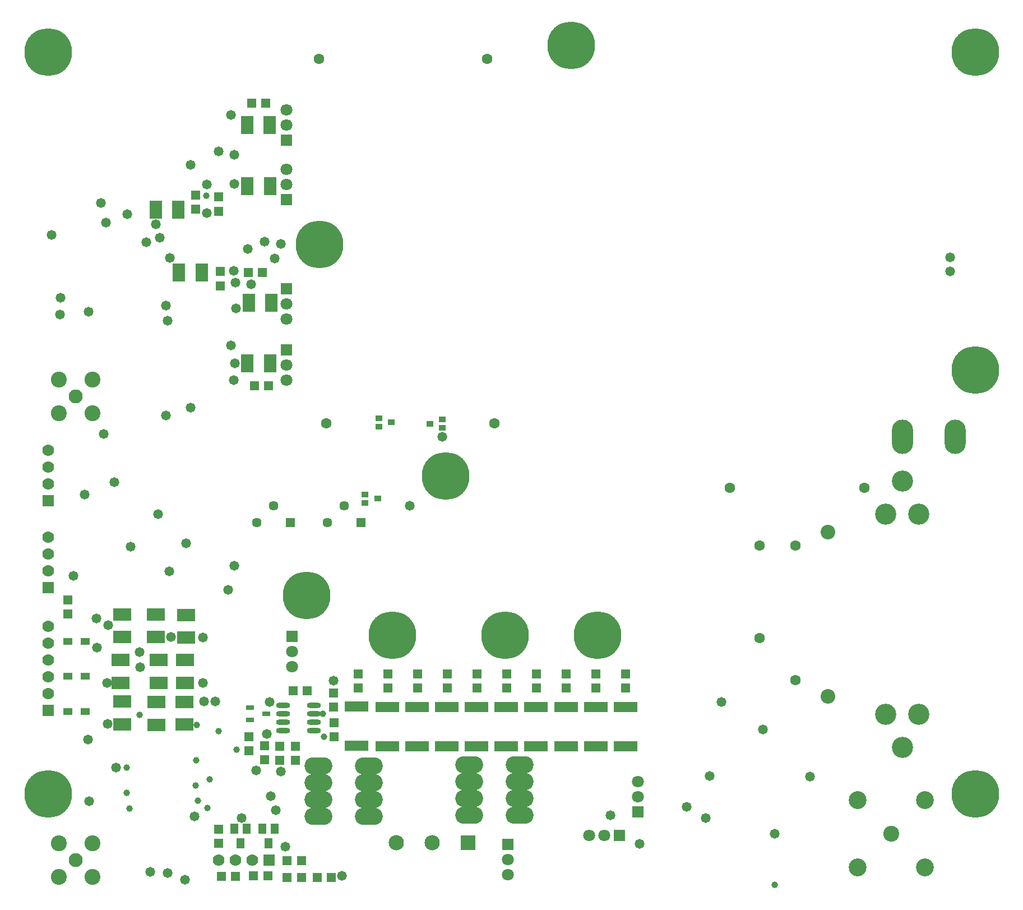
<source format=gbs>
G04 Layer_Color=16711935*
%FSLAX44Y44*%
%MOMM*%
G71*
G01*
G75*
%ADD61R,1.4000X1.0000*%
%ADD74R,1.4732X1.4732*%
%ADD75R,1.4732X1.4732*%
%ADD79R,1.8288X2.7432*%
%ADD80R,1.2032X1.6032*%
%ADD81R,2.7432X1.8288*%
%ADD91R,1.1032X0.9032*%
%ADD92R,3.6032X1.5532*%
%ADD95R,2.3032X2.3032*%
%ADD96C,2.3032*%
%ADD97C,1.8032*%
%ADD98R,1.8032X1.8032*%
%ADD99R,1.7780X1.7780*%
%ADD100C,1.7780*%
%ADD101R,1.7780X1.7780*%
%ADD102C,1.6002*%
%ADD103C,2.7026*%
%ADD104C,2.4032*%
%ADD105C,3.2032*%
%ADD106C,2.2032*%
%ADD107O,3.2032X5.2032*%
%ADD108C,7.2026*%
%ADD109C,2.1082*%
%ADD110O,4.2028X2.6032*%
%ADD111C,1.4478*%
%ADD112R,1.4478X1.4478*%
%ADD113R,1.8032X1.8032*%
%ADD114C,1.4732*%
%ADD115C,1.0032*%
%ADD116O,2.1032X0.8032*%
%ADD117R,1.2032X0.8032*%
D61*
X105500Y280000D02*
D03*
X79500D02*
D03*
X106000Y174750D02*
D03*
X80000D02*
D03*
X106000Y227500D02*
D03*
X80000D02*
D03*
D74*
X922000Y231000D02*
D03*
Y209664D02*
D03*
X877111Y231000D02*
D03*
Y209664D02*
D03*
X832222Y231000D02*
D03*
Y209664D02*
D03*
X787333Y231000D02*
D03*
Y209664D02*
D03*
X742444Y231000D02*
D03*
Y209664D02*
D03*
X697556Y231000D02*
D03*
Y209664D02*
D03*
X652667Y231000D02*
D03*
Y209664D02*
D03*
X607778Y231000D02*
D03*
Y209664D02*
D03*
X562889Y231000D02*
D03*
Y209664D02*
D03*
X307250Y-3250D02*
D03*
Y-24586D02*
D03*
X376750Y101250D02*
D03*
Y122586D02*
D03*
X481000Y202336D02*
D03*
Y181000D02*
D03*
X352750Y115000D02*
D03*
Y136336D02*
D03*
X518000Y231000D02*
D03*
Y209664D02*
D03*
X310000Y817500D02*
D03*
Y838836D02*
D03*
X307500Y930000D02*
D03*
Y951336D02*
D03*
X272500Y932729D02*
D03*
Y954064D02*
D03*
X482000Y136293D02*
D03*
Y157629D02*
D03*
X399883Y121994D02*
D03*
Y100658D02*
D03*
X423000D02*
D03*
Y121994D02*
D03*
X79750Y343336D02*
D03*
Y322000D02*
D03*
D75*
X332750Y-74250D02*
D03*
X311414D02*
D03*
X381500Y-73750D02*
D03*
X360164D02*
D03*
X456000Y-76000D02*
D03*
X477336D02*
D03*
X420000Y206000D02*
D03*
X441336D02*
D03*
X351884Y837500D02*
D03*
X373219D02*
D03*
X411000Y-76000D02*
D03*
X432336D02*
D03*
Y-51000D02*
D03*
X411000D02*
D03*
X378500Y1093500D02*
D03*
X357164D02*
D03*
X361500Y666250D02*
D03*
X382836D02*
D03*
D79*
X350710Y700000D02*
D03*
X385000D02*
D03*
X350250Y1060000D02*
D03*
X384540D02*
D03*
X385000Y968000D02*
D03*
X350710D02*
D03*
X246790Y932500D02*
D03*
X212500D02*
D03*
X281790Y837500D02*
D03*
X247500D02*
D03*
X387290Y792000D02*
D03*
X353000D02*
D03*
D80*
X373250Y-2750D02*
D03*
X382750Y-24750D02*
D03*
X392250Y-2750D02*
D03*
X330750D02*
D03*
X340250Y-24750D02*
D03*
X349750Y-2750D02*
D03*
D81*
X162000Y321000D02*
D03*
Y286710D02*
D03*
X255750Y189000D02*
D03*
Y154710D02*
D03*
X213750Y188500D02*
D03*
Y154210D02*
D03*
X162000Y189500D02*
D03*
Y155210D02*
D03*
X257000Y252000D02*
D03*
Y217710D02*
D03*
X216750Y252000D02*
D03*
Y217710D02*
D03*
X159000Y252000D02*
D03*
Y217710D02*
D03*
X258500Y320500D02*
D03*
Y286210D02*
D03*
X212500Y286710D02*
D03*
Y321000D02*
D03*
D91*
X549500Y604500D02*
D03*
Y617500D02*
D03*
X568500Y611000D02*
D03*
X645500Y615500D02*
D03*
Y602500D02*
D03*
X626500Y609000D02*
D03*
X547500Y496000D02*
D03*
X528500Y502500D02*
D03*
Y489500D02*
D03*
D92*
X922000Y181520D02*
D03*
Y122020D02*
D03*
X876981Y181520D02*
D03*
Y122020D02*
D03*
X831962Y181520D02*
D03*
Y122020D02*
D03*
X786943Y181520D02*
D03*
Y122020D02*
D03*
X741924Y181520D02*
D03*
Y122020D02*
D03*
X696906Y181520D02*
D03*
Y122020D02*
D03*
X651887Y181520D02*
D03*
Y122020D02*
D03*
X606868Y181520D02*
D03*
Y122020D02*
D03*
X561849Y181520D02*
D03*
Y122020D02*
D03*
X515750Y182000D02*
D03*
Y122500D02*
D03*
D95*
X684400Y-23700D02*
D03*
D96*
X630000D02*
D03*
X575600D02*
D03*
D97*
X410000Y674600D02*
D03*
Y697500D02*
D03*
X418000Y242100D02*
D03*
Y265000D02*
D03*
X941000Y68900D02*
D03*
Y46000D02*
D03*
X744000Y-71900D02*
D03*
Y-49000D02*
D03*
X410000Y1082900D02*
D03*
Y1060000D02*
D03*
Y767100D02*
D03*
Y790000D02*
D03*
Y992900D02*
D03*
Y970000D02*
D03*
X867100Y-12600D02*
D03*
X890000D02*
D03*
D98*
X410000Y720400D02*
D03*
X418000Y287900D02*
D03*
X941000Y23100D02*
D03*
X744000Y-26100D02*
D03*
X410000Y1037100D02*
D03*
Y812900D02*
D03*
Y947100D02*
D03*
D99*
X383750Y-50000D02*
D03*
D100*
X358350D02*
D03*
X332950D02*
D03*
X307550D02*
D03*
X50000Y386600D02*
D03*
Y412000D02*
D03*
Y437400D02*
D03*
Y518000D02*
D03*
Y543400D02*
D03*
Y568800D02*
D03*
Y201400D02*
D03*
Y226800D02*
D03*
Y252200D02*
D03*
Y277600D02*
D03*
Y303000D02*
D03*
D101*
Y361200D02*
D03*
Y492600D02*
D03*
Y176000D02*
D03*
D102*
X1179000Y222250D02*
D03*
Y425450D02*
D03*
X1282500Y512500D02*
D03*
X1079300D02*
D03*
X1124750Y425250D02*
D03*
Y285550D02*
D03*
X459000Y1160000D02*
D03*
X713000D02*
D03*
X470000Y610000D02*
D03*
X724000D02*
D03*
D103*
X1373800Y-60800D02*
D03*
X1272200D02*
D03*
Y40800D02*
D03*
X1373800D02*
D03*
D104*
X1323000Y-10000D02*
D03*
X65870Y624708D02*
D03*
Y675508D02*
D03*
X116671D02*
D03*
Y624708D02*
D03*
X116670Y-75400D02*
D03*
X65870D02*
D03*
Y-24600D02*
D03*
X116670D02*
D03*
D105*
X1340000Y120000D02*
D03*
X1365000Y170000D02*
D03*
X1315000D02*
D03*
X1340000Y522500D02*
D03*
X1365000Y472500D02*
D03*
X1315000D02*
D03*
D106*
X1227500Y197500D02*
D03*
Y445000D02*
D03*
D107*
X1420000Y589000D02*
D03*
X1340000D02*
D03*
D108*
X1450000Y50000D02*
D03*
X880000Y290000D02*
D03*
X50000Y1170000D02*
D03*
X840000Y1180000D02*
D03*
X1450000Y1170000D02*
D03*
X570000Y290000D02*
D03*
X440000Y350000D02*
D03*
X650000Y530000D02*
D03*
X460000Y880000D02*
D03*
X50000Y50000D02*
D03*
X740000Y290000D02*
D03*
X1450000Y690000D02*
D03*
D109*
X91271Y650108D02*
D03*
X91270Y-50000D02*
D03*
D110*
X686000Y93800D02*
D03*
Y68400D02*
D03*
Y43000D02*
D03*
Y17600D02*
D03*
X762200D02*
D03*
Y43000D02*
D03*
Y68400D02*
D03*
Y93800D02*
D03*
X534200Y92400D02*
D03*
Y67000D02*
D03*
Y41600D02*
D03*
Y16200D02*
D03*
X458000D02*
D03*
Y41600D02*
D03*
Y67000D02*
D03*
Y92400D02*
D03*
D111*
X471920Y459680D02*
D03*
X497320Y485080D02*
D03*
X365100Y459780D02*
D03*
X390500Y485180D02*
D03*
D112*
X522720Y459680D02*
D03*
X415900Y459780D02*
D03*
D113*
X912900Y-12600D02*
D03*
D114*
X68000Y774000D02*
D03*
X356500Y819250D02*
D03*
X149750Y521000D02*
D03*
X138750Y217250D02*
D03*
X139750Y155500D02*
D03*
X283250Y217250D02*
D03*
X256750Y-79500D02*
D03*
X122750Y315000D02*
D03*
X169750Y925500D02*
D03*
X331500Y970790D02*
D03*
X364250Y86000D02*
D03*
X401000Y83750D02*
D03*
X494000Y-73250D02*
D03*
X1014000Y30250D02*
D03*
X283710Y286210D02*
D03*
X265000Y633000D02*
D03*
X227750Y621250D02*
D03*
X68750Y799500D02*
D03*
X232500Y386500D02*
D03*
X332000Y700000D02*
D03*
X233750Y859750D02*
D03*
X326000Y727000D02*
D03*
X198000Y883000D02*
D03*
X218608Y890000D02*
D03*
X230000Y765000D02*
D03*
X265000Y1000000D02*
D03*
X332500Y822500D02*
D03*
X307500Y1020000D02*
D03*
X330000Y840000D02*
D03*
X290000Y927500D02*
D03*
X330000Y675000D02*
D03*
X227500Y787500D02*
D03*
X596000Y485000D02*
D03*
X111000Y778000D02*
D03*
X212500Y910000D02*
D03*
X130000Y942000D02*
D03*
X334000Y783000D02*
D03*
X124000Y271250D02*
D03*
X376750Y884000D02*
D03*
X55250Y894000D02*
D03*
X133750Y594000D02*
D03*
X105000Y502500D02*
D03*
X88250Y379500D02*
D03*
X235750Y287250D02*
D03*
X140500Y304500D02*
D03*
X110000Y132500D02*
D03*
X152250Y89750D02*
D03*
X112000Y39000D02*
D03*
X331500Y394250D02*
D03*
X322000Y358250D02*
D03*
X645250Y589000D02*
D03*
X481250Y220750D02*
D03*
X384750Y189250D02*
D03*
X380500Y140750D02*
D03*
X386500Y47000D02*
D03*
X393500Y25250D02*
D03*
X342250Y13250D02*
D03*
X408250Y-29250D02*
D03*
X899000Y18250D02*
D03*
X1043250Y13500D02*
D03*
X1049250Y76750D02*
D03*
X1147500Y-10000D02*
D03*
X1200450Y76550D02*
D03*
X1129750Y147500D02*
D03*
X1067250Y189250D02*
D03*
X1412500Y860000D02*
D03*
X1412250Y838750D02*
D03*
X174750Y423250D02*
D03*
X258500Y428250D02*
D03*
X216250Y472750D02*
D03*
X401000Y880500D02*
D03*
X331000Y1015000D02*
D03*
X270750Y15750D02*
D03*
X943000Y-25000D02*
D03*
X188500Y241000D02*
D03*
X188000Y264250D02*
D03*
X285250Y190000D02*
D03*
X302250Y189500D02*
D03*
X204000Y-68000D02*
D03*
X230000Y-69500D02*
D03*
X289250Y970000D02*
D03*
X351500Y872750D02*
D03*
X392000Y858750D02*
D03*
X137500Y912500D02*
D03*
X325750Y1075000D02*
D03*
D115*
X188000Y169000D02*
D03*
X288500Y953000D02*
D03*
X334750Y117000D02*
D03*
X274000Y153750D02*
D03*
X465000Y171000D02*
D03*
X1147500Y-87500D02*
D03*
X307500Y145000D02*
D03*
X466750Y136000D02*
D03*
X294000Y72000D02*
D03*
X273000Y63000D02*
D03*
X168750Y89750D02*
D03*
X276000Y40000D02*
D03*
X290750Y28500D02*
D03*
X168750Y51750D02*
D03*
X273250Y100500D02*
D03*
X173000Y28000D02*
D03*
D116*
X451500Y184050D02*
D03*
Y171350D02*
D03*
Y158650D02*
D03*
Y145950D02*
D03*
X404500Y184050D02*
D03*
Y171350D02*
D03*
Y158650D02*
D03*
Y145950D02*
D03*
D117*
X379000Y171000D02*
D03*
X355000Y180500D02*
D03*
Y161500D02*
D03*
M02*

</source>
